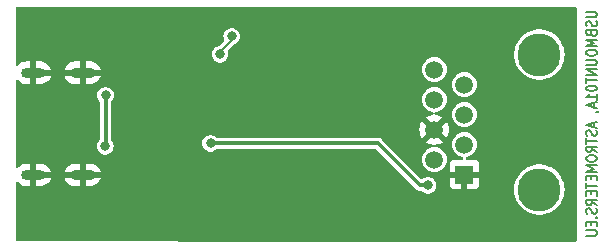
<source format=gbr>
%TF.GenerationSoftware,KiCad,Pcbnew,7.0.7-7.0.7~ubuntu23.04.1*%
%TF.CreationDate,2023-08-16T01:14:45+00:00*%
%TF.ProjectId,USBMOUNT01,5553424d-4f55-44e5-9430-312e6b696361,rev?*%
%TF.SameCoordinates,Original*%
%TF.FileFunction,Copper,L2,Bot*%
%TF.FilePolarity,Positive*%
%FSLAX46Y46*%
G04 Gerber Fmt 4.6, Leading zero omitted, Abs format (unit mm)*
G04 Created by KiCad (PCBNEW 7.0.7-7.0.7~ubuntu23.04.1) date 2023-08-16 01:14:45*
%MOMM*%
%LPD*%
G01*
G04 APERTURE LIST*
%ADD10C,0.195000*%
%TA.AperFunction,NonConductor*%
%ADD11C,0.195000*%
%TD*%
%TA.AperFunction,ComponentPad*%
%ADD12O,2.100000X0.900000*%
%TD*%
%TA.AperFunction,ComponentPad*%
%ADD13O,2.000000X0.900000*%
%TD*%
%TA.AperFunction,WasherPad*%
%ADD14C,3.650000*%
%TD*%
%TA.AperFunction,ComponentPad*%
%ADD15R,1.500000X1.500000*%
%TD*%
%TA.AperFunction,ComponentPad*%
%ADD16C,1.500000*%
%TD*%
%TA.AperFunction,ViaPad*%
%ADD17C,0.800000*%
%TD*%
%TA.AperFunction,Conductor*%
%ADD18C,0.350000*%
%TD*%
%TA.AperFunction,Conductor*%
%ADD19C,0.200000*%
%TD*%
G04 APERTURE END LIST*
D10*
D11*
X172006217Y-79428571D02*
X172734788Y-79428571D01*
X172734788Y-79428571D02*
X172820502Y-79465714D01*
X172820502Y-79465714D02*
X172863360Y-79502857D01*
X172863360Y-79502857D02*
X172906217Y-79577142D01*
X172906217Y-79577142D02*
X172906217Y-79725714D01*
X172906217Y-79725714D02*
X172863360Y-79799999D01*
X172863360Y-79799999D02*
X172820502Y-79837142D01*
X172820502Y-79837142D02*
X172734788Y-79874285D01*
X172734788Y-79874285D02*
X172006217Y-79874285D01*
X172863360Y-80208571D02*
X172906217Y-80320000D01*
X172906217Y-80320000D02*
X172906217Y-80505714D01*
X172906217Y-80505714D02*
X172863360Y-80580000D01*
X172863360Y-80580000D02*
X172820502Y-80617142D01*
X172820502Y-80617142D02*
X172734788Y-80654285D01*
X172734788Y-80654285D02*
X172649074Y-80654285D01*
X172649074Y-80654285D02*
X172563360Y-80617142D01*
X172563360Y-80617142D02*
X172520502Y-80580000D01*
X172520502Y-80580000D02*
X172477645Y-80505714D01*
X172477645Y-80505714D02*
X172434788Y-80357142D01*
X172434788Y-80357142D02*
X172391931Y-80282857D01*
X172391931Y-80282857D02*
X172349074Y-80245714D01*
X172349074Y-80245714D02*
X172263360Y-80208571D01*
X172263360Y-80208571D02*
X172177645Y-80208571D01*
X172177645Y-80208571D02*
X172091931Y-80245714D01*
X172091931Y-80245714D02*
X172049074Y-80282857D01*
X172049074Y-80282857D02*
X172006217Y-80357142D01*
X172006217Y-80357142D02*
X172006217Y-80542857D01*
X172006217Y-80542857D02*
X172049074Y-80654285D01*
X172434788Y-81248571D02*
X172477645Y-81359999D01*
X172477645Y-81359999D02*
X172520502Y-81397142D01*
X172520502Y-81397142D02*
X172606217Y-81434285D01*
X172606217Y-81434285D02*
X172734788Y-81434285D01*
X172734788Y-81434285D02*
X172820502Y-81397142D01*
X172820502Y-81397142D02*
X172863360Y-81359999D01*
X172863360Y-81359999D02*
X172906217Y-81285714D01*
X172906217Y-81285714D02*
X172906217Y-80988571D01*
X172906217Y-80988571D02*
X172006217Y-80988571D01*
X172006217Y-80988571D02*
X172006217Y-81248571D01*
X172006217Y-81248571D02*
X172049074Y-81322857D01*
X172049074Y-81322857D02*
X172091931Y-81359999D01*
X172091931Y-81359999D02*
X172177645Y-81397142D01*
X172177645Y-81397142D02*
X172263360Y-81397142D01*
X172263360Y-81397142D02*
X172349074Y-81359999D01*
X172349074Y-81359999D02*
X172391931Y-81322857D01*
X172391931Y-81322857D02*
X172434788Y-81248571D01*
X172434788Y-81248571D02*
X172434788Y-80988571D01*
X172906217Y-81768571D02*
X172006217Y-81768571D01*
X172006217Y-81768571D02*
X172649074Y-82028571D01*
X172649074Y-82028571D02*
X172006217Y-82288571D01*
X172006217Y-82288571D02*
X172906217Y-82288571D01*
X172006217Y-82808571D02*
X172006217Y-82957143D01*
X172006217Y-82957143D02*
X172049074Y-83031428D01*
X172049074Y-83031428D02*
X172134788Y-83105714D01*
X172134788Y-83105714D02*
X172306217Y-83142857D01*
X172306217Y-83142857D02*
X172606217Y-83142857D01*
X172606217Y-83142857D02*
X172777645Y-83105714D01*
X172777645Y-83105714D02*
X172863360Y-83031428D01*
X172863360Y-83031428D02*
X172906217Y-82957143D01*
X172906217Y-82957143D02*
X172906217Y-82808571D01*
X172906217Y-82808571D02*
X172863360Y-82734286D01*
X172863360Y-82734286D02*
X172777645Y-82660000D01*
X172777645Y-82660000D02*
X172606217Y-82622857D01*
X172606217Y-82622857D02*
X172306217Y-82622857D01*
X172306217Y-82622857D02*
X172134788Y-82660000D01*
X172134788Y-82660000D02*
X172049074Y-82734286D01*
X172049074Y-82734286D02*
X172006217Y-82808571D01*
X172006217Y-83477143D02*
X172734788Y-83477143D01*
X172734788Y-83477143D02*
X172820502Y-83514286D01*
X172820502Y-83514286D02*
X172863360Y-83551429D01*
X172863360Y-83551429D02*
X172906217Y-83625714D01*
X172906217Y-83625714D02*
X172906217Y-83774286D01*
X172906217Y-83774286D02*
X172863360Y-83848571D01*
X172863360Y-83848571D02*
X172820502Y-83885714D01*
X172820502Y-83885714D02*
X172734788Y-83922857D01*
X172734788Y-83922857D02*
X172006217Y-83922857D01*
X172906217Y-84294286D02*
X172006217Y-84294286D01*
X172006217Y-84294286D02*
X172906217Y-84740000D01*
X172906217Y-84740000D02*
X172006217Y-84740000D01*
X172006217Y-85000000D02*
X172006217Y-85445715D01*
X172906217Y-85222857D02*
X172006217Y-85222857D01*
X172006217Y-85854286D02*
X172006217Y-85928572D01*
X172006217Y-85928572D02*
X172049074Y-86002858D01*
X172049074Y-86002858D02*
X172091931Y-86040001D01*
X172091931Y-86040001D02*
X172177645Y-86077143D01*
X172177645Y-86077143D02*
X172349074Y-86114286D01*
X172349074Y-86114286D02*
X172563360Y-86114286D01*
X172563360Y-86114286D02*
X172734788Y-86077143D01*
X172734788Y-86077143D02*
X172820502Y-86040001D01*
X172820502Y-86040001D02*
X172863360Y-86002858D01*
X172863360Y-86002858D02*
X172906217Y-85928572D01*
X172906217Y-85928572D02*
X172906217Y-85854286D01*
X172906217Y-85854286D02*
X172863360Y-85780001D01*
X172863360Y-85780001D02*
X172820502Y-85742858D01*
X172820502Y-85742858D02*
X172734788Y-85705715D01*
X172734788Y-85705715D02*
X172563360Y-85668572D01*
X172563360Y-85668572D02*
X172349074Y-85668572D01*
X172349074Y-85668572D02*
X172177645Y-85705715D01*
X172177645Y-85705715D02*
X172091931Y-85742858D01*
X172091931Y-85742858D02*
X172049074Y-85780001D01*
X172049074Y-85780001D02*
X172006217Y-85854286D01*
X172906217Y-86857143D02*
X172906217Y-86411429D01*
X172906217Y-86634286D02*
X172006217Y-86634286D01*
X172006217Y-86634286D02*
X172134788Y-86560000D01*
X172134788Y-86560000D02*
X172220502Y-86485715D01*
X172220502Y-86485715D02*
X172263360Y-86411429D01*
X172649074Y-87154286D02*
X172649074Y-87525715D01*
X172906217Y-87080000D02*
X172006217Y-87340000D01*
X172006217Y-87340000D02*
X172906217Y-87600000D01*
X172863360Y-87897143D02*
X172906217Y-87897143D01*
X172906217Y-87897143D02*
X172991931Y-87860000D01*
X172991931Y-87860000D02*
X173034788Y-87822857D01*
X172649074Y-88788572D02*
X172649074Y-89160001D01*
X172906217Y-88714286D02*
X172006217Y-88974286D01*
X172006217Y-88974286D02*
X172906217Y-89234286D01*
X172863360Y-89457143D02*
X172906217Y-89568572D01*
X172906217Y-89568572D02*
X172906217Y-89754286D01*
X172906217Y-89754286D02*
X172863360Y-89828572D01*
X172863360Y-89828572D02*
X172820502Y-89865714D01*
X172820502Y-89865714D02*
X172734788Y-89902857D01*
X172734788Y-89902857D02*
X172649074Y-89902857D01*
X172649074Y-89902857D02*
X172563360Y-89865714D01*
X172563360Y-89865714D02*
X172520502Y-89828572D01*
X172520502Y-89828572D02*
X172477645Y-89754286D01*
X172477645Y-89754286D02*
X172434788Y-89605714D01*
X172434788Y-89605714D02*
X172391931Y-89531429D01*
X172391931Y-89531429D02*
X172349074Y-89494286D01*
X172349074Y-89494286D02*
X172263360Y-89457143D01*
X172263360Y-89457143D02*
X172177645Y-89457143D01*
X172177645Y-89457143D02*
X172091931Y-89494286D01*
X172091931Y-89494286D02*
X172049074Y-89531429D01*
X172049074Y-89531429D02*
X172006217Y-89605714D01*
X172006217Y-89605714D02*
X172006217Y-89791429D01*
X172006217Y-89791429D02*
X172049074Y-89902857D01*
X172006217Y-90125714D02*
X172006217Y-90571429D01*
X172906217Y-90348571D02*
X172006217Y-90348571D01*
X172906217Y-91277143D02*
X172477645Y-91017143D01*
X172906217Y-90831429D02*
X172006217Y-90831429D01*
X172006217Y-90831429D02*
X172006217Y-91128572D01*
X172006217Y-91128572D02*
X172049074Y-91202857D01*
X172049074Y-91202857D02*
X172091931Y-91240000D01*
X172091931Y-91240000D02*
X172177645Y-91277143D01*
X172177645Y-91277143D02*
X172306217Y-91277143D01*
X172306217Y-91277143D02*
X172391931Y-91240000D01*
X172391931Y-91240000D02*
X172434788Y-91202857D01*
X172434788Y-91202857D02*
X172477645Y-91128572D01*
X172477645Y-91128572D02*
X172477645Y-90831429D01*
X172006217Y-91760000D02*
X172006217Y-91908572D01*
X172006217Y-91908572D02*
X172049074Y-91982857D01*
X172049074Y-91982857D02*
X172134788Y-92057143D01*
X172134788Y-92057143D02*
X172306217Y-92094286D01*
X172306217Y-92094286D02*
X172606217Y-92094286D01*
X172606217Y-92094286D02*
X172777645Y-92057143D01*
X172777645Y-92057143D02*
X172863360Y-91982857D01*
X172863360Y-91982857D02*
X172906217Y-91908572D01*
X172906217Y-91908572D02*
X172906217Y-91760000D01*
X172906217Y-91760000D02*
X172863360Y-91685715D01*
X172863360Y-91685715D02*
X172777645Y-91611429D01*
X172777645Y-91611429D02*
X172606217Y-91574286D01*
X172606217Y-91574286D02*
X172306217Y-91574286D01*
X172306217Y-91574286D02*
X172134788Y-91611429D01*
X172134788Y-91611429D02*
X172049074Y-91685715D01*
X172049074Y-91685715D02*
X172006217Y-91760000D01*
X172906217Y-92428572D02*
X172006217Y-92428572D01*
X172006217Y-92428572D02*
X172649074Y-92688572D01*
X172649074Y-92688572D02*
X172006217Y-92948572D01*
X172006217Y-92948572D02*
X172906217Y-92948572D01*
X172434788Y-93320001D02*
X172434788Y-93580001D01*
X172906217Y-93691429D02*
X172906217Y-93320001D01*
X172906217Y-93320001D02*
X172006217Y-93320001D01*
X172006217Y-93320001D02*
X172006217Y-93691429D01*
X172006217Y-93914286D02*
X172006217Y-94360001D01*
X172906217Y-94137143D02*
X172006217Y-94137143D01*
X172434788Y-94620001D02*
X172434788Y-94880001D01*
X172906217Y-94991429D02*
X172906217Y-94620001D01*
X172906217Y-94620001D02*
X172006217Y-94620001D01*
X172006217Y-94620001D02*
X172006217Y-94991429D01*
X172906217Y-95771429D02*
X172477645Y-95511429D01*
X172906217Y-95325715D02*
X172006217Y-95325715D01*
X172006217Y-95325715D02*
X172006217Y-95622858D01*
X172006217Y-95622858D02*
X172049074Y-95697143D01*
X172049074Y-95697143D02*
X172091931Y-95734286D01*
X172091931Y-95734286D02*
X172177645Y-95771429D01*
X172177645Y-95771429D02*
X172306217Y-95771429D01*
X172306217Y-95771429D02*
X172391931Y-95734286D01*
X172391931Y-95734286D02*
X172434788Y-95697143D01*
X172434788Y-95697143D02*
X172477645Y-95622858D01*
X172477645Y-95622858D02*
X172477645Y-95325715D01*
X172863360Y-96068572D02*
X172906217Y-96180001D01*
X172906217Y-96180001D02*
X172906217Y-96365715D01*
X172906217Y-96365715D02*
X172863360Y-96440001D01*
X172863360Y-96440001D02*
X172820502Y-96477143D01*
X172820502Y-96477143D02*
X172734788Y-96514286D01*
X172734788Y-96514286D02*
X172649074Y-96514286D01*
X172649074Y-96514286D02*
X172563360Y-96477143D01*
X172563360Y-96477143D02*
X172520502Y-96440001D01*
X172520502Y-96440001D02*
X172477645Y-96365715D01*
X172477645Y-96365715D02*
X172434788Y-96217143D01*
X172434788Y-96217143D02*
X172391931Y-96142858D01*
X172391931Y-96142858D02*
X172349074Y-96105715D01*
X172349074Y-96105715D02*
X172263360Y-96068572D01*
X172263360Y-96068572D02*
X172177645Y-96068572D01*
X172177645Y-96068572D02*
X172091931Y-96105715D01*
X172091931Y-96105715D02*
X172049074Y-96142858D01*
X172049074Y-96142858D02*
X172006217Y-96217143D01*
X172006217Y-96217143D02*
X172006217Y-96402858D01*
X172006217Y-96402858D02*
X172049074Y-96514286D01*
X172820502Y-96848572D02*
X172863360Y-96885715D01*
X172863360Y-96885715D02*
X172906217Y-96848572D01*
X172906217Y-96848572D02*
X172863360Y-96811429D01*
X172863360Y-96811429D02*
X172820502Y-96848572D01*
X172820502Y-96848572D02*
X172906217Y-96848572D01*
X172434788Y-97220001D02*
X172434788Y-97480001D01*
X172906217Y-97591429D02*
X172906217Y-97220001D01*
X172906217Y-97220001D02*
X172006217Y-97220001D01*
X172006217Y-97220001D02*
X172006217Y-97591429D01*
X172006217Y-97925715D02*
X172734788Y-97925715D01*
X172734788Y-97925715D02*
X172820502Y-97962858D01*
X172820502Y-97962858D02*
X172863360Y-98000001D01*
X172863360Y-98000001D02*
X172906217Y-98074286D01*
X172906217Y-98074286D02*
X172906217Y-98222858D01*
X172906217Y-98222858D02*
X172863360Y-98297143D01*
X172863360Y-98297143D02*
X172820502Y-98334286D01*
X172820502Y-98334286D02*
X172734788Y-98371429D01*
X172734788Y-98371429D02*
X172006217Y-98371429D01*
D12*
%TO.P,P1,S1,SHIELD*%
%TO.N,GND*%
X129385000Y-84580000D03*
D13*
X125215000Y-84580000D03*
D12*
X129385000Y-93220000D03*
D13*
X125215000Y-93220000D03*
%TD*%
D14*
%TO.P,J1,*%
%TO.N,*%
X168050000Y-94470000D03*
X168050000Y-83040000D03*
D15*
%TO.P,J1,1*%
%TO.N,GND*%
X161700000Y-93200000D03*
D16*
%TO.P,J1,2*%
%TO.N,unconnected-(J1-Pad2)*%
X159160000Y-91930000D03*
%TO.P,J1,3*%
%TO.N,unconnected-(J1-Pad3)*%
X161700000Y-90660000D03*
%TO.P,J1,4*%
%TO.N,GND*%
X159160000Y-89390000D03*
%TO.P,J1,5*%
%TO.N,RXD*%
X161700000Y-88120000D03*
%TO.P,J1,6*%
%TO.N,TXD*%
X159160000Y-86850000D03*
%TO.P,J1,7*%
%TO.N,+12V*%
X161700000Y-85580000D03*
%TO.P,J1,8*%
X159160000Y-84310000D03*
%TD*%
D17*
%TO.N,GND*%
X145000000Y-81300000D03*
X139446000Y-89408000D03*
X142900000Y-91800000D03*
X147100000Y-81300000D03*
X132200000Y-87800000D03*
%TO.N,+5V*%
X131318000Y-86487000D03*
X131300000Y-90800000D03*
%TO.N,+3V3*%
X158623000Y-94107000D03*
X140208000Y-90551000D03*
%TO.N,/Di+*%
X141017844Y-83017844D03*
X142000000Y-81500000D03*
%TD*%
D18*
%TO.N,+5V*%
X131318000Y-86487000D02*
X131318000Y-90782000D01*
X131318000Y-90782000D02*
X131300000Y-90800000D01*
%TO.N,+3V3*%
X154378723Y-90551000D02*
X157934723Y-94107000D01*
X158623000Y-94107000D02*
X157934723Y-94107000D01*
X140208000Y-90551000D02*
X154378723Y-90551000D01*
D19*
%TO.N,/Di+*%
X141017844Y-82782156D02*
X142000000Y-81800000D01*
X141017844Y-83017844D02*
X141017844Y-82782156D01*
X142000000Y-81800000D02*
X142000000Y-81500000D01*
%TD*%
%TA.AperFunction,Conductor*%
%TO.N,GND*%
G36*
X171142121Y-79014002D02*
G01*
X171188614Y-79067658D01*
X171200000Y-79120000D01*
X171200000Y-98770000D01*
X171179998Y-98838121D01*
X171126342Y-98884614D01*
X171074000Y-98896000D01*
X151304137Y-98896000D01*
X123848310Y-98826282D01*
X123780240Y-98806107D01*
X123733884Y-98752333D01*
X123722630Y-98700290D01*
X123722478Y-93934392D01*
X123742478Y-93866273D01*
X123796132Y-93819778D01*
X123866406Y-93809672D01*
X123930987Y-93839163D01*
X123939801Y-93847580D01*
X124037768Y-93950640D01*
X124197681Y-94061943D01*
X124376732Y-94138780D01*
X124567582Y-94178000D01*
X124961000Y-94178000D01*
X124961000Y-93520000D01*
X125469000Y-93520000D01*
X125469000Y-94178000D01*
X125813588Y-94178000D01*
X125813590Y-94177999D01*
X125958837Y-94163229D01*
X126144741Y-94104901D01*
X126315101Y-94010345D01*
X126462928Y-93883438D01*
X126462934Y-93883432D01*
X126582194Y-93729359D01*
X126667998Y-93554436D01*
X126667999Y-93554435D01*
X126688826Y-93474000D01*
X127857479Y-93474000D01*
X127920465Y-93644070D01*
X127920466Y-93644072D01*
X128023528Y-93809420D01*
X128023529Y-93809421D01*
X128157771Y-93950642D01*
X128317681Y-94061943D01*
X128496732Y-94138780D01*
X128687582Y-94178000D01*
X129131000Y-94178000D01*
X129131000Y-93520000D01*
X129639000Y-93520000D01*
X129639000Y-94178000D01*
X130033588Y-94178000D01*
X130033590Y-94177999D01*
X130178837Y-94163229D01*
X130364741Y-94104901D01*
X130535101Y-94010345D01*
X130682928Y-93883438D01*
X130682934Y-93883432D01*
X130802194Y-93729359D01*
X130887998Y-93554436D01*
X130887999Y-93554435D01*
X130908826Y-93474000D01*
X130144651Y-93474000D01*
X130190610Y-93445543D01*
X130258201Y-93356038D01*
X130288895Y-93248160D01*
X130278546Y-93136479D01*
X130228552Y-93036078D01*
X130151682Y-92966000D01*
X130912520Y-92966000D01*
X130849534Y-92795929D01*
X130849533Y-92795927D01*
X130746471Y-92630579D01*
X130746470Y-92630578D01*
X130612228Y-92489357D01*
X130452318Y-92378056D01*
X130273267Y-92301219D01*
X130082418Y-92262000D01*
X129639000Y-92262000D01*
X129639000Y-92920000D01*
X129131000Y-92920000D01*
X129131000Y-92262000D01*
X128736409Y-92262000D01*
X128591162Y-92276770D01*
X128405258Y-92335098D01*
X128234898Y-92429654D01*
X128087071Y-92556561D01*
X128087065Y-92556567D01*
X127967805Y-92710640D01*
X127882001Y-92885563D01*
X127882000Y-92885564D01*
X127861174Y-92966000D01*
X128625349Y-92966000D01*
X128579390Y-92994457D01*
X128511799Y-93083962D01*
X128481105Y-93191840D01*
X128491454Y-93303521D01*
X128541448Y-93403922D01*
X128618318Y-93474000D01*
X127857479Y-93474000D01*
X126688826Y-93474000D01*
X125924651Y-93474000D01*
X125970610Y-93445543D01*
X126038201Y-93356038D01*
X126068895Y-93248160D01*
X126058546Y-93136479D01*
X126008552Y-93036078D01*
X125931682Y-92966000D01*
X126692520Y-92966000D01*
X126629534Y-92795929D01*
X126629533Y-92795927D01*
X126526471Y-92630579D01*
X126526470Y-92630578D01*
X126392228Y-92489357D01*
X126232318Y-92378056D01*
X126053267Y-92301219D01*
X125862418Y-92262000D01*
X125469000Y-92262000D01*
X125469000Y-92920000D01*
X124961000Y-92920000D01*
X124961000Y-92262000D01*
X124616409Y-92262000D01*
X124471162Y-92276770D01*
X124285258Y-92335098D01*
X124114898Y-92429654D01*
X123967071Y-92556561D01*
X123967062Y-92556571D01*
X123948067Y-92581110D01*
X123890553Y-92622734D01*
X123819664Y-92626655D01*
X123757909Y-92591629D01*
X123724894Y-92528776D01*
X123722432Y-92504002D01*
X123722377Y-90800002D01*
X130594355Y-90800002D01*
X130614859Y-90968871D01*
X130675179Y-91127925D01*
X130675181Y-91127929D01*
X130760477Y-91251500D01*
X130771817Y-91267929D01*
X130899148Y-91380734D01*
X131049775Y-91459790D01*
X131049776Y-91459790D01*
X131049778Y-91459791D01*
X131206461Y-91498409D01*
X131214944Y-91500500D01*
X131214947Y-91500500D01*
X131385053Y-91500500D01*
X131385056Y-91500500D01*
X131550225Y-91459790D01*
X131700852Y-91380734D01*
X131828183Y-91267929D01*
X131924818Y-91127930D01*
X131985140Y-90968872D01*
X132005645Y-90800000D01*
X132004820Y-90793209D01*
X131985140Y-90631128D01*
X131954753Y-90551002D01*
X139502355Y-90551002D01*
X139522859Y-90719871D01*
X139583179Y-90878925D01*
X139583181Y-90878929D01*
X139679816Y-91018928D01*
X139679818Y-91018930D01*
X139802848Y-91127925D01*
X139807148Y-91131734D01*
X139957775Y-91210790D01*
X139957776Y-91210790D01*
X139957778Y-91210791D01*
X140102443Y-91246447D01*
X140122944Y-91251500D01*
X140122947Y-91251500D01*
X140293053Y-91251500D01*
X140293056Y-91251500D01*
X140458225Y-91210790D01*
X140608852Y-91131734D01*
X140691868Y-91058188D01*
X140756121Y-91027987D01*
X140775422Y-91026500D01*
X154129574Y-91026500D01*
X154197695Y-91046502D01*
X154218669Y-91063405D01*
X157552759Y-94397494D01*
X157569661Y-94418467D01*
X157571666Y-94421587D01*
X157571667Y-94421588D01*
X157571668Y-94421589D01*
X157587065Y-94434930D01*
X157608818Y-94453779D01*
X157612098Y-94456833D01*
X157622543Y-94467278D01*
X157622544Y-94467279D01*
X157634365Y-94476129D01*
X157637863Y-94478948D01*
X157675003Y-94511129D01*
X157675005Y-94511130D01*
X157678368Y-94512666D01*
X157701535Y-94526411D01*
X157704496Y-94528627D01*
X157704498Y-94528629D01*
X157750527Y-94545797D01*
X157754678Y-94547516D01*
X157799381Y-94567931D01*
X157803037Y-94568456D01*
X157829148Y-94575120D01*
X157832608Y-94576411D01*
X157881617Y-94579915D01*
X157886058Y-94580392D01*
X157900712Y-94582500D01*
X157915488Y-94582500D01*
X157919984Y-94582661D01*
X157968991Y-94586166D01*
X157968991Y-94586165D01*
X157968993Y-94586166D01*
X157972606Y-94585379D01*
X157999391Y-94582500D01*
X158055578Y-94582500D01*
X158123699Y-94602502D01*
X158139131Y-94614188D01*
X158222148Y-94687734D01*
X158372775Y-94766790D01*
X158372776Y-94766790D01*
X158372778Y-94766791D01*
X158529461Y-94805409D01*
X158537944Y-94807500D01*
X158537947Y-94807500D01*
X158708053Y-94807500D01*
X158708056Y-94807500D01*
X158873225Y-94766790D01*
X159023852Y-94687734D01*
X159151183Y-94574929D01*
X159223608Y-94470004D01*
X165919533Y-94470004D01*
X165939374Y-94760085D01*
X165939375Y-94760091D01*
X165939376Y-94760099D01*
X165940767Y-94766791D01*
X165998534Y-95044786D01*
X165998536Y-95044794D01*
X166095915Y-95318789D01*
X166229681Y-95576944D01*
X166229684Y-95576949D01*
X166229688Y-95576956D01*
X166397373Y-95814512D01*
X166595843Y-96027022D01*
X166821402Y-96210527D01*
X167069847Y-96361610D01*
X167336550Y-96477456D01*
X167616544Y-96555906D01*
X167904598Y-96595499D01*
X167904612Y-96595500D01*
X168195388Y-96595500D01*
X168195401Y-96595499D01*
X168408871Y-96566157D01*
X168483456Y-96555906D01*
X168763450Y-96477456D01*
X169030153Y-96361610D01*
X169278598Y-96210527D01*
X169504157Y-96027022D01*
X169702627Y-95814512D01*
X169870312Y-95576956D01*
X169903390Y-95513117D01*
X170004084Y-95318789D01*
X170004085Y-95318784D01*
X170004088Y-95318780D01*
X170101464Y-95044793D01*
X170160624Y-94760099D01*
X170165574Y-94687729D01*
X170180467Y-94470004D01*
X170180467Y-94469995D01*
X170160625Y-94179914D01*
X170160624Y-94179908D01*
X170160624Y-94179901D01*
X170101464Y-93895207D01*
X170004088Y-93621220D01*
X170004086Y-93621217D01*
X170004084Y-93621210D01*
X169870318Y-93363055D01*
X169870316Y-93363052D01*
X169870312Y-93363044D01*
X169702627Y-93125488D01*
X169504157Y-92912978D01*
X169278598Y-92729473D01*
X169030153Y-92578390D01*
X169030149Y-92578388D01*
X169030147Y-92578387D01*
X168887553Y-92516450D01*
X168763450Y-92462544D01*
X168534228Y-92398319D01*
X168483453Y-92384093D01*
X168483455Y-92384093D01*
X168195401Y-92344500D01*
X168195388Y-92344500D01*
X167904612Y-92344500D01*
X167904598Y-92344500D01*
X167616545Y-92384093D01*
X167453937Y-92429654D01*
X167336550Y-92462544D01*
X167336547Y-92462545D01*
X167336548Y-92462545D01*
X167069852Y-92578387D01*
X167069847Y-92578389D01*
X167069847Y-92578390D01*
X166852372Y-92710640D01*
X166821399Y-92729475D01*
X166739716Y-92795929D01*
X166595843Y-92912978D01*
X166397373Y-93125488D01*
X166234634Y-93356038D01*
X166229689Y-93363043D01*
X166229681Y-93363055D01*
X166095915Y-93621210D01*
X165998536Y-93895205D01*
X165998534Y-93895213D01*
X165987016Y-93950642D01*
X165939772Y-94177999D01*
X165939375Y-94179908D01*
X165939374Y-94179914D01*
X165919533Y-94469995D01*
X165919533Y-94470004D01*
X159223608Y-94470004D01*
X159247818Y-94434930D01*
X159258382Y-94407076D01*
X159308140Y-94275871D01*
X159328645Y-94107002D01*
X159328645Y-94106997D01*
X159315482Y-93998597D01*
X160442000Y-93998597D01*
X160448505Y-94059093D01*
X160499555Y-94195964D01*
X160499555Y-94195965D01*
X160587095Y-94312904D01*
X160704034Y-94400444D01*
X160840906Y-94451494D01*
X160901402Y-94457999D01*
X160901415Y-94458000D01*
X161446000Y-94458000D01*
X161446000Y-93571462D01*
X161502547Y-93610016D01*
X161632173Y-93650000D01*
X161733724Y-93650000D01*
X161834138Y-93634865D01*
X161954000Y-93577142D01*
X161954000Y-94458000D01*
X162498585Y-94458000D01*
X162498597Y-94457999D01*
X162559093Y-94451494D01*
X162695964Y-94400444D01*
X162695965Y-94400444D01*
X162812904Y-94312904D01*
X162900444Y-94195965D01*
X162900444Y-94195964D01*
X162951494Y-94059093D01*
X162957999Y-93998597D01*
X162958000Y-93998585D01*
X162958000Y-93454000D01*
X162072968Y-93454000D01*
X162123625Y-93366260D01*
X162153810Y-93234008D01*
X162143673Y-93098735D01*
X162094113Y-92972459D01*
X162073013Y-92946000D01*
X162958000Y-92946000D01*
X162958000Y-92401414D01*
X162957999Y-92401402D01*
X162951494Y-92340906D01*
X162900444Y-92204035D01*
X162900444Y-92204034D01*
X162812904Y-92087095D01*
X162695965Y-91999555D01*
X162559093Y-91948505D01*
X162498597Y-91942000D01*
X161942095Y-91942000D01*
X161873974Y-91921998D01*
X161827481Y-91868342D01*
X161817377Y-91798068D01*
X161846871Y-91733488D01*
X161905520Y-91695425D01*
X161905931Y-91695300D01*
X161905934Y-91695300D01*
X162103954Y-91635232D01*
X162286450Y-91537685D01*
X162446410Y-91406410D01*
X162577685Y-91246450D01*
X162675232Y-91063954D01*
X162735300Y-90865934D01*
X162736380Y-90854974D01*
X162755583Y-90660003D01*
X162755583Y-90659996D01*
X162735301Y-90454072D01*
X162735300Y-90454070D01*
X162735300Y-90454066D01*
X162675232Y-90256046D01*
X162577685Y-90073550D01*
X162446410Y-89913590D01*
X162286450Y-89782315D01*
X162286448Y-89782314D01*
X162286447Y-89782313D01*
X162103954Y-89684768D01*
X161905927Y-89624698D01*
X161700003Y-89604417D01*
X161699997Y-89604417D01*
X161494072Y-89624698D01*
X161296045Y-89684768D01*
X161113552Y-89782313D01*
X160953590Y-89913590D01*
X160822313Y-90073552D01*
X160724768Y-90256045D01*
X160664698Y-90454072D01*
X160644417Y-90659996D01*
X160644417Y-90660003D01*
X160664698Y-90865927D01*
X160724768Y-91063954D01*
X160803254Y-91210791D01*
X160822315Y-91246450D01*
X160953590Y-91406410D01*
X161113550Y-91537685D01*
X161296046Y-91635232D01*
X161494066Y-91695300D01*
X161494068Y-91695300D01*
X161494480Y-91695425D01*
X161553862Y-91734340D01*
X161582777Y-91799181D01*
X161572047Y-91869362D01*
X161525078Y-91922601D01*
X161457905Y-91942000D01*
X160901402Y-91942000D01*
X160840906Y-91948505D01*
X160704035Y-91999555D01*
X160704034Y-91999555D01*
X160587095Y-92087095D01*
X160499555Y-92204034D01*
X160499555Y-92204035D01*
X160448505Y-92340906D01*
X160442000Y-92401402D01*
X160442000Y-92946000D01*
X161327032Y-92946000D01*
X161276375Y-93033740D01*
X161246190Y-93165992D01*
X161256327Y-93301265D01*
X161305887Y-93427541D01*
X161326987Y-93454000D01*
X160442000Y-93454000D01*
X160442000Y-93998597D01*
X159315482Y-93998597D01*
X159308140Y-93938128D01*
X159247820Y-93779074D01*
X159247818Y-93779070D01*
X159151183Y-93639071D01*
X159151181Y-93639069D01*
X159023857Y-93526270D01*
X159023851Y-93526265D01*
X158873225Y-93447210D01*
X158873221Y-93447208D01*
X158708059Y-93406500D01*
X158708056Y-93406500D01*
X158537944Y-93406500D01*
X158537940Y-93406500D01*
X158372778Y-93447208D01*
X158372774Y-93447210D01*
X158222147Y-93526266D01*
X158207155Y-93539548D01*
X158142901Y-93569747D01*
X158072521Y-93560413D01*
X158034509Y-93534328D01*
X156430184Y-91930003D01*
X154760684Y-90260502D01*
X154743779Y-90239524D01*
X154741779Y-90236412D01*
X154726381Y-90223070D01*
X154704632Y-90204224D01*
X154701352Y-90201170D01*
X154690903Y-90190721D01*
X154679073Y-90181865D01*
X154675574Y-90179045D01*
X154638444Y-90146871D01*
X154638440Y-90146869D01*
X154635076Y-90145333D01*
X154611913Y-90131590D01*
X154608949Y-90129371D01*
X154608948Y-90129370D01*
X154580580Y-90118790D01*
X154562903Y-90112197D01*
X154558757Y-90110479D01*
X154514070Y-90090070D01*
X154514063Y-90090068D01*
X154510388Y-90089540D01*
X154484313Y-90082884D01*
X154480844Y-90081590D01*
X154480834Y-90081588D01*
X154431821Y-90078081D01*
X154427354Y-90077601D01*
X154418338Y-90076305D01*
X154412734Y-90075500D01*
X154412732Y-90075500D01*
X154397968Y-90075500D01*
X154393472Y-90075339D01*
X154344453Y-90071833D01*
X154344449Y-90071833D01*
X154340833Y-90072620D01*
X154314049Y-90075500D01*
X140775422Y-90075500D01*
X140707301Y-90055498D01*
X140691869Y-90043812D01*
X140608857Y-89970270D01*
X140608851Y-89970265D01*
X140458225Y-89891210D01*
X140458221Y-89891208D01*
X140293059Y-89850500D01*
X140293056Y-89850500D01*
X140122944Y-89850500D01*
X140122940Y-89850500D01*
X139957778Y-89891208D01*
X139957774Y-89891210D01*
X139807148Y-89970265D01*
X139807142Y-89970270D01*
X139679818Y-90083069D01*
X139679816Y-90083071D01*
X139583181Y-90223070D01*
X139583179Y-90223074D01*
X139522859Y-90382128D01*
X139502355Y-90550997D01*
X139502355Y-90551002D01*
X131954753Y-90551002D01*
X131924820Y-90472074D01*
X131924818Y-90472070D01*
X131828183Y-90332071D01*
X131825185Y-90328687D01*
X131794986Y-90264433D01*
X131793500Y-90245136D01*
X131793500Y-89389999D01*
X157897195Y-89389999D01*
X157916380Y-89609287D01*
X157973350Y-89821903D01*
X157973352Y-89821907D01*
X158066378Y-90021402D01*
X158108801Y-90081986D01*
X158715155Y-89475632D01*
X158716327Y-89491265D01*
X158765887Y-89617541D01*
X158850465Y-89723599D01*
X158962547Y-89800016D01*
X159074622Y-89834586D01*
X158468012Y-90441196D01*
X158468012Y-90441197D01*
X158528600Y-90483622D01*
X158728092Y-90576647D01*
X158728096Y-90576649D01*
X158940714Y-90633619D01*
X158940711Y-90633619D01*
X159001720Y-90638956D01*
X159067839Y-90664819D01*
X159109479Y-90722322D01*
X159113420Y-90793209D01*
X159078412Y-90854974D01*
X159015568Y-90888007D01*
X159003092Y-90889870D01*
X158954072Y-90894698D01*
X158756045Y-90954768D01*
X158573552Y-91052313D01*
X158413590Y-91183590D01*
X158282313Y-91343552D01*
X158184768Y-91526045D01*
X158124698Y-91724072D01*
X158104417Y-91929996D01*
X158104417Y-91930003D01*
X158124698Y-92135927D01*
X158124699Y-92135933D01*
X158124700Y-92135934D01*
X158184768Y-92333954D01*
X158282315Y-92516450D01*
X158413590Y-92676410D01*
X158573550Y-92807685D01*
X158756046Y-92905232D01*
X158954066Y-92965300D01*
X158954070Y-92965300D01*
X158954072Y-92965301D01*
X159159997Y-92985583D01*
X159160000Y-92985583D01*
X159160003Y-92985583D01*
X159365927Y-92965301D01*
X159365928Y-92965300D01*
X159365934Y-92965300D01*
X159563954Y-92905232D01*
X159746450Y-92807685D01*
X159906410Y-92676410D01*
X160037685Y-92516450D01*
X160135232Y-92333954D01*
X160195300Y-92135934D01*
X160200111Y-92087095D01*
X160215583Y-91930003D01*
X160215583Y-91929996D01*
X160195301Y-91724072D01*
X160195300Y-91724070D01*
X160195300Y-91724066D01*
X160135232Y-91526046D01*
X160037685Y-91343550D01*
X159906410Y-91183590D01*
X159746450Y-91052315D01*
X159746448Y-91052314D01*
X159746447Y-91052313D01*
X159563954Y-90954768D01*
X159365927Y-90894698D01*
X159316907Y-90889870D01*
X159251075Y-90863286D01*
X159210066Y-90805332D01*
X159206900Y-90734406D01*
X159242582Y-90673027D01*
X159305783Y-90640683D01*
X159318279Y-90638956D01*
X159379287Y-90633619D01*
X159591903Y-90576649D01*
X159591912Y-90576645D01*
X159791405Y-90483619D01*
X159791412Y-90483615D01*
X159851986Y-90441198D01*
X159851986Y-90441197D01*
X159243315Y-89832525D01*
X159294138Y-89824865D01*
X159416357Y-89766007D01*
X159515798Y-89673740D01*
X159583625Y-89556260D01*
X159602550Y-89473339D01*
X160211197Y-90081986D01*
X160211198Y-90081986D01*
X160253615Y-90021412D01*
X160253619Y-90021405D01*
X160346645Y-89821912D01*
X160346649Y-89821903D01*
X160403619Y-89609287D01*
X160422804Y-89390000D01*
X160403619Y-89170712D01*
X160346649Y-88958096D01*
X160346647Y-88958092D01*
X160253621Y-88758598D01*
X160211198Y-88698012D01*
X160211196Y-88698012D01*
X159604844Y-89304364D01*
X159603673Y-89288735D01*
X159554113Y-89162459D01*
X159469535Y-89056401D01*
X159357453Y-88979984D01*
X159245375Y-88945413D01*
X159851986Y-88338801D01*
X159851986Y-88338800D01*
X159791401Y-88296378D01*
X159791402Y-88296378D01*
X159591907Y-88203352D01*
X159591903Y-88203350D01*
X159379287Y-88146380D01*
X159318277Y-88141043D01*
X159264491Y-88120003D01*
X160644417Y-88120003D01*
X160664698Y-88325927D01*
X160724768Y-88523954D01*
X160817804Y-88698012D01*
X160822315Y-88706450D01*
X160953590Y-88866410D01*
X161113550Y-88997685D01*
X161296046Y-89095232D01*
X161494066Y-89155300D01*
X161494070Y-89155300D01*
X161494072Y-89155301D01*
X161699997Y-89175583D01*
X161700000Y-89175583D01*
X161700003Y-89175583D01*
X161905927Y-89155301D01*
X161905928Y-89155300D01*
X161905934Y-89155300D01*
X162103954Y-89095232D01*
X162286450Y-88997685D01*
X162446410Y-88866410D01*
X162577685Y-88706450D01*
X162675232Y-88523954D01*
X162735300Y-88325934D01*
X162747374Y-88203352D01*
X162755583Y-88120003D01*
X162755583Y-88119996D01*
X162735301Y-87914072D01*
X162735300Y-87914070D01*
X162735300Y-87914066D01*
X162675232Y-87716046D01*
X162577685Y-87533550D01*
X162446410Y-87373590D01*
X162286450Y-87242315D01*
X162286448Y-87242314D01*
X162286447Y-87242313D01*
X162103954Y-87144768D01*
X161905927Y-87084698D01*
X161700003Y-87064417D01*
X161699997Y-87064417D01*
X161494072Y-87084698D01*
X161296045Y-87144768D01*
X161113552Y-87242313D01*
X160953590Y-87373590D01*
X160822313Y-87533552D01*
X160724768Y-87716045D01*
X160664698Y-87914072D01*
X160644417Y-88119996D01*
X160644417Y-88120003D01*
X159264491Y-88120003D01*
X159252159Y-88115179D01*
X159210519Y-88057676D01*
X159206579Y-87986788D01*
X159241589Y-87925024D01*
X159304433Y-87891992D01*
X159316909Y-87890129D01*
X159365927Y-87885301D01*
X159365928Y-87885300D01*
X159365934Y-87885300D01*
X159563954Y-87825232D01*
X159746450Y-87727685D01*
X159906410Y-87596410D01*
X160037685Y-87436450D01*
X160135232Y-87253954D01*
X160195300Y-87055934D01*
X160200652Y-87001601D01*
X160215583Y-86850003D01*
X160215583Y-86849996D01*
X160195301Y-86644072D01*
X160195300Y-86644070D01*
X160195300Y-86644066D01*
X160135232Y-86446046D01*
X160037685Y-86263550D01*
X159906410Y-86103590D01*
X159746450Y-85972315D01*
X159746448Y-85972314D01*
X159746447Y-85972313D01*
X159563954Y-85874768D01*
X159365927Y-85814698D01*
X159160003Y-85794417D01*
X159159997Y-85794417D01*
X158954072Y-85814698D01*
X158756045Y-85874768D01*
X158573552Y-85972313D01*
X158413590Y-86103590D01*
X158282313Y-86263552D01*
X158184768Y-86446045D01*
X158124698Y-86644072D01*
X158104417Y-86849996D01*
X158104417Y-86850003D01*
X158124698Y-87055927D01*
X158124699Y-87055933D01*
X158124700Y-87055934D01*
X158184768Y-87253954D01*
X158282315Y-87436450D01*
X158413590Y-87596410D01*
X158573550Y-87727685D01*
X158756046Y-87825232D01*
X158954066Y-87885300D01*
X158954070Y-87885300D01*
X158954072Y-87885301D01*
X159003090Y-87890129D01*
X159068922Y-87916711D01*
X159109932Y-87974666D01*
X159113099Y-88045591D01*
X159077419Y-88106971D01*
X159014218Y-88139315D01*
X159001722Y-88141042D01*
X158940721Y-88146379D01*
X158940714Y-88146380D01*
X158728096Y-88203350D01*
X158728092Y-88203352D01*
X158528598Y-88296378D01*
X158468011Y-88338801D01*
X159076684Y-88947474D01*
X159025862Y-88955135D01*
X158903643Y-89013993D01*
X158804202Y-89106260D01*
X158736375Y-89223740D01*
X158717449Y-89306659D01*
X158108801Y-88698011D01*
X158066378Y-88758598D01*
X157973352Y-88958092D01*
X157973350Y-88958096D01*
X157916380Y-89170712D01*
X157897195Y-89389999D01*
X131793500Y-89389999D01*
X131793500Y-87058309D01*
X131813502Y-86990188D01*
X131835949Y-86963995D01*
X131846183Y-86954929D01*
X131942818Y-86814930D01*
X132003140Y-86655872D01*
X132023645Y-86487000D01*
X132020085Y-86457685D01*
X132003140Y-86318128D01*
X131942820Y-86159074D01*
X131942818Y-86159070D01*
X131846183Y-86019071D01*
X131846181Y-86019069D01*
X131718857Y-85906270D01*
X131718851Y-85906265D01*
X131568225Y-85827210D01*
X131568221Y-85827208D01*
X131403059Y-85786500D01*
X131403056Y-85786500D01*
X131232944Y-85786500D01*
X131232940Y-85786500D01*
X131067778Y-85827208D01*
X131067774Y-85827210D01*
X130917148Y-85906265D01*
X130917142Y-85906270D01*
X130789818Y-86019069D01*
X130789816Y-86019071D01*
X130693181Y-86159070D01*
X130693179Y-86159074D01*
X130632859Y-86318128D01*
X130612355Y-86486997D01*
X130612355Y-86487002D01*
X130632859Y-86655871D01*
X130693179Y-86814925D01*
X130693181Y-86814929D01*
X130789816Y-86954927D01*
X130789817Y-86954929D01*
X130800051Y-86963995D01*
X130837778Y-87024138D01*
X130842500Y-87058309D01*
X130842500Y-90212743D01*
X130822498Y-90280864D01*
X130800055Y-90307054D01*
X130771816Y-90332072D01*
X130675181Y-90472070D01*
X130675179Y-90472074D01*
X130614859Y-90631128D01*
X130594355Y-90799997D01*
X130594355Y-90800002D01*
X123722377Y-90800002D01*
X123722210Y-85580003D01*
X160644417Y-85580003D01*
X160664698Y-85785927D01*
X160724768Y-85983954D01*
X160743537Y-86019069D01*
X160822315Y-86166450D01*
X160953590Y-86326410D01*
X161113550Y-86457685D01*
X161296046Y-86555232D01*
X161494066Y-86615300D01*
X161494070Y-86615300D01*
X161494072Y-86615301D01*
X161699997Y-86635583D01*
X161700000Y-86635583D01*
X161700003Y-86635583D01*
X161905927Y-86615301D01*
X161905928Y-86615300D01*
X161905934Y-86615300D01*
X162103954Y-86555232D01*
X162286450Y-86457685D01*
X162446410Y-86326410D01*
X162577685Y-86166450D01*
X162675232Y-85983954D01*
X162735300Y-85785934D01*
X162755583Y-85580000D01*
X162755583Y-85579996D01*
X162735301Y-85374072D01*
X162735300Y-85374070D01*
X162735300Y-85374066D01*
X162675232Y-85176046D01*
X162577685Y-84993550D01*
X162446410Y-84833590D01*
X162286450Y-84702315D01*
X162286448Y-84702314D01*
X162286447Y-84702313D01*
X162103954Y-84604768D01*
X162078405Y-84597018D01*
X161905934Y-84544700D01*
X161905933Y-84544699D01*
X161905927Y-84544698D01*
X161700003Y-84524417D01*
X161699997Y-84524417D01*
X161494072Y-84544698D01*
X161296045Y-84604768D01*
X161113552Y-84702313D01*
X160953590Y-84833590D01*
X160822313Y-84993552D01*
X160724768Y-85176045D01*
X160664698Y-85374072D01*
X160644417Y-85579996D01*
X160644417Y-85580003D01*
X123722210Y-85580003D01*
X123722201Y-85294099D01*
X123742201Y-85225981D01*
X123795855Y-85179486D01*
X123866129Y-85169380D01*
X123930710Y-85198871D01*
X123939525Y-85207288D01*
X124037771Y-85310642D01*
X124197681Y-85421943D01*
X124376732Y-85498780D01*
X124567582Y-85538000D01*
X124961000Y-85538000D01*
X124961000Y-84880000D01*
X125469000Y-84880000D01*
X125469000Y-85538000D01*
X125813588Y-85538000D01*
X125813590Y-85537999D01*
X125958837Y-85523229D01*
X126144741Y-85464901D01*
X126315101Y-85370345D01*
X126462928Y-85243438D01*
X126462934Y-85243432D01*
X126582194Y-85089359D01*
X126667998Y-84914436D01*
X126667999Y-84914435D01*
X126688826Y-84834000D01*
X127857479Y-84834000D01*
X127920465Y-85004070D01*
X127920466Y-85004072D01*
X128023528Y-85169420D01*
X128023529Y-85169421D01*
X128157771Y-85310642D01*
X128317681Y-85421943D01*
X128496732Y-85498780D01*
X128687582Y-85538000D01*
X129131000Y-85538000D01*
X129131000Y-84880000D01*
X129639000Y-84880000D01*
X129639000Y-85538000D01*
X130033588Y-85538000D01*
X130033590Y-85537999D01*
X130178837Y-85523229D01*
X130364741Y-85464901D01*
X130535101Y-85370345D01*
X130682928Y-85243438D01*
X130682934Y-85243432D01*
X130802194Y-85089359D01*
X130887998Y-84914436D01*
X130887999Y-84914435D01*
X130908826Y-84834000D01*
X130144651Y-84834000D01*
X130190610Y-84805543D01*
X130258201Y-84716038D01*
X130288895Y-84608160D01*
X130278546Y-84496479D01*
X130228552Y-84396078D01*
X130151682Y-84326000D01*
X130912520Y-84326000D01*
X130906595Y-84310003D01*
X158104417Y-84310003D01*
X158124698Y-84515927D01*
X158124699Y-84515933D01*
X158124700Y-84515934D01*
X158181237Y-84702313D01*
X158184768Y-84713954D01*
X158251865Y-84839484D01*
X158282315Y-84896450D01*
X158413590Y-85056410D01*
X158573550Y-85187685D01*
X158756046Y-85285232D01*
X158954066Y-85345300D01*
X158954070Y-85345300D01*
X158954072Y-85345301D01*
X159159997Y-85365583D01*
X159160000Y-85365583D01*
X159160003Y-85365583D01*
X159365927Y-85345301D01*
X159365928Y-85345300D01*
X159365934Y-85345300D01*
X159563954Y-85285232D01*
X159746450Y-85187685D01*
X159906410Y-85056410D01*
X160037685Y-84896450D01*
X160135232Y-84713954D01*
X160195300Y-84515934D01*
X160208245Y-84384511D01*
X160215583Y-84310003D01*
X160215583Y-84309996D01*
X160195301Y-84104072D01*
X160195300Y-84104070D01*
X160195300Y-84104066D01*
X160135232Y-83906046D01*
X160037685Y-83723550D01*
X159906410Y-83563590D01*
X159746450Y-83432315D01*
X159746448Y-83432314D01*
X159746447Y-83432313D01*
X159563954Y-83334768D01*
X159365927Y-83274698D01*
X159160003Y-83254417D01*
X159159997Y-83254417D01*
X158954072Y-83274698D01*
X158756045Y-83334768D01*
X158573552Y-83432313D01*
X158413590Y-83563590D01*
X158282313Y-83723552D01*
X158184768Y-83906045D01*
X158124698Y-84104072D01*
X158104417Y-84309996D01*
X158104417Y-84310003D01*
X130906595Y-84310003D01*
X130849534Y-84155929D01*
X130849533Y-84155927D01*
X130746471Y-83990579D01*
X130746470Y-83990578D01*
X130612228Y-83849357D01*
X130452318Y-83738056D01*
X130273267Y-83661219D01*
X130082418Y-83622000D01*
X129639000Y-83622000D01*
X129639000Y-84280000D01*
X129131000Y-84280000D01*
X129131000Y-83622000D01*
X128736409Y-83622000D01*
X128591162Y-83636770D01*
X128405258Y-83695098D01*
X128234898Y-83789654D01*
X128087071Y-83916561D01*
X128087065Y-83916567D01*
X127967805Y-84070640D01*
X127882001Y-84245563D01*
X127882000Y-84245564D01*
X127861174Y-84326000D01*
X128625349Y-84326000D01*
X128579390Y-84354457D01*
X128511799Y-84443962D01*
X128481105Y-84551840D01*
X128491454Y-84663521D01*
X128541448Y-84763922D01*
X128618318Y-84834000D01*
X127857479Y-84834000D01*
X126688826Y-84834000D01*
X125924651Y-84834000D01*
X125970610Y-84805543D01*
X126038201Y-84716038D01*
X126068895Y-84608160D01*
X126058546Y-84496479D01*
X126008552Y-84396078D01*
X125931682Y-84326000D01*
X126692520Y-84326000D01*
X126629534Y-84155929D01*
X126629533Y-84155927D01*
X126526471Y-83990579D01*
X126526470Y-83990578D01*
X126392228Y-83849357D01*
X126232318Y-83738056D01*
X126053267Y-83661219D01*
X125862418Y-83622000D01*
X125469000Y-83622000D01*
X125469000Y-84280000D01*
X124961000Y-84280000D01*
X124961000Y-83622000D01*
X124616409Y-83622000D01*
X124471162Y-83636770D01*
X124285258Y-83695098D01*
X124114898Y-83789654D01*
X123967071Y-83916561D01*
X123967065Y-83916567D01*
X123947791Y-83941467D01*
X123890276Y-83983090D01*
X123819387Y-83987011D01*
X123757633Y-83951984D01*
X123724618Y-83889131D01*
X123722155Y-83864352D01*
X123722128Y-83017846D01*
X140312199Y-83017846D01*
X140332703Y-83186715D01*
X140393023Y-83345769D01*
X140393025Y-83345773D01*
X140489660Y-83485772D01*
X140489662Y-83485774D01*
X140577498Y-83563590D01*
X140616992Y-83598578D01*
X140767619Y-83677634D01*
X140767620Y-83677634D01*
X140767622Y-83677635D01*
X140838474Y-83695098D01*
X140932788Y-83718344D01*
X140932791Y-83718344D01*
X141102897Y-83718344D01*
X141102900Y-83718344D01*
X141268069Y-83677634D01*
X141418696Y-83598578D01*
X141546027Y-83485773D01*
X141642662Y-83345774D01*
X141702984Y-83186716D01*
X141720799Y-83040004D01*
X165919533Y-83040004D01*
X165939374Y-83330085D01*
X165939375Y-83330091D01*
X165939376Y-83330099D01*
X165960617Y-83432315D01*
X165998534Y-83614786D01*
X165998536Y-83614794D01*
X166095915Y-83888789D01*
X166229681Y-84146944D01*
X166229684Y-84146949D01*
X166229688Y-84146956D01*
X166397373Y-84384512D01*
X166595843Y-84597022D01*
X166821402Y-84780527D01*
X167069847Y-84931610D01*
X167336550Y-85047456D01*
X167616544Y-85125906D01*
X167904598Y-85165499D01*
X167904612Y-85165500D01*
X168195388Y-85165500D01*
X168195401Y-85165499D01*
X168408871Y-85136157D01*
X168483456Y-85125906D01*
X168763450Y-85047456D01*
X169030153Y-84931610D01*
X169278598Y-84780527D01*
X169504157Y-84597022D01*
X169702627Y-84384512D01*
X169870312Y-84146956D01*
X169955221Y-83983090D01*
X170004084Y-83888789D01*
X170004085Y-83888784D01*
X170004088Y-83888780D01*
X170101464Y-83614793D01*
X170160624Y-83330099D01*
X170164413Y-83274700D01*
X170180467Y-83040004D01*
X170180467Y-83039995D01*
X170160625Y-82749914D01*
X170160624Y-82749908D01*
X170160624Y-82749901D01*
X170101464Y-82465207D01*
X170004088Y-82191220D01*
X170004086Y-82191217D01*
X170004084Y-82191210D01*
X169870318Y-81933055D01*
X169870316Y-81933052D01*
X169870312Y-81933044D01*
X169702627Y-81695488D01*
X169504157Y-81482978D01*
X169278598Y-81299473D01*
X169030153Y-81148390D01*
X169030149Y-81148388D01*
X169030147Y-81148387D01*
X168920678Y-81100838D01*
X168763450Y-81032544D01*
X168534228Y-80968319D01*
X168483453Y-80954093D01*
X168483455Y-80954093D01*
X168195401Y-80914500D01*
X168195388Y-80914500D01*
X167904612Y-80914500D01*
X167904598Y-80914500D01*
X167616545Y-80954093D01*
X167442715Y-81002798D01*
X167336550Y-81032544D01*
X167336547Y-81032545D01*
X167336548Y-81032545D01*
X167069852Y-81148387D01*
X166821399Y-81299475D01*
X166595848Y-81482974D01*
X166595840Y-81482981D01*
X166579944Y-81500002D01*
X166397373Y-81695488D01*
X166247618Y-81907644D01*
X166229689Y-81933043D01*
X166229681Y-81933055D01*
X166095915Y-82191210D01*
X165998536Y-82465205D01*
X165998534Y-82465213D01*
X165961642Y-82642749D01*
X165951842Y-82689914D01*
X165939375Y-82749908D01*
X165939374Y-82749914D01*
X165919533Y-83039995D01*
X165919533Y-83040004D01*
X141720799Y-83040004D01*
X141720799Y-83040000D01*
X141723489Y-83017846D01*
X141723489Y-83017841D01*
X141702984Y-82848974D01*
X141702984Y-82848972D01*
X141680846Y-82790600D01*
X141675393Y-82719816D01*
X141709075Y-82657318D01*
X141709345Y-82657046D01*
X142167495Y-82198895D01*
X142226440Y-82165652D01*
X142250217Y-82159792D01*
X142250217Y-82159791D01*
X142250225Y-82159790D01*
X142400852Y-82080734D01*
X142528183Y-81967929D01*
X142624818Y-81827930D01*
X142685140Y-81668872D01*
X142705645Y-81500000D01*
X142703578Y-81482981D01*
X142685140Y-81331128D01*
X142624820Y-81172074D01*
X142624818Y-81172070D01*
X142528183Y-81032071D01*
X142528181Y-81032069D01*
X142400857Y-80919270D01*
X142400851Y-80919265D01*
X142250225Y-80840210D01*
X142250221Y-80840208D01*
X142085059Y-80799500D01*
X142085056Y-80799500D01*
X141914944Y-80799500D01*
X141914940Y-80799500D01*
X141749778Y-80840208D01*
X141749774Y-80840210D01*
X141599148Y-80919265D01*
X141599142Y-80919270D01*
X141471818Y-81032069D01*
X141471816Y-81032071D01*
X141375181Y-81172070D01*
X141375179Y-81172074D01*
X141314859Y-81331128D01*
X141294355Y-81499997D01*
X141294355Y-81500002D01*
X141314859Y-81668871D01*
X141354679Y-81773869D01*
X141360133Y-81844656D01*
X141326450Y-81907154D01*
X141325962Y-81907644D01*
X140935696Y-82297910D01*
X140876755Y-82331154D01*
X140767621Y-82358053D01*
X140767618Y-82358054D01*
X140616992Y-82437109D01*
X140616986Y-82437114D01*
X140489662Y-82549913D01*
X140489660Y-82549915D01*
X140393025Y-82689914D01*
X140393023Y-82689918D01*
X140332703Y-82848972D01*
X140312199Y-83017841D01*
X140312199Y-83017846D01*
X123722128Y-83017846D01*
X123722004Y-79120003D01*
X123742004Y-79051883D01*
X123795658Y-79005388D01*
X123848004Y-78994000D01*
X171074000Y-78994000D01*
X171142121Y-79014002D01*
G37*
%TD.AperFunction*%
%TD*%
M02*

</source>
